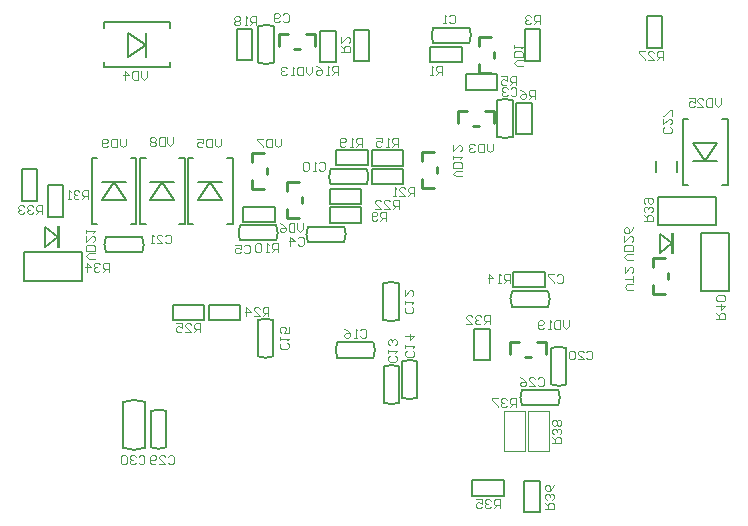
<source format=gbo>
G04 Layer_Color=32896*
%FSLAX24Y24*%
%MOIN*%
G70*
G01*
G75*
%ADD10C,0.0079*%
%ADD61C,0.0100*%
%ADD62C,0.0070*%
%ADD64C,0.0070*%
%ADD65C,0.0039*%
%ADD66C,0.0050*%
%ADD103C,0.0067*%
G36*
X42081Y38764D02*
X41971D01*
Y39484D01*
X42081D01*
Y38764D01*
D02*
G37*
G36*
X21608Y38981D02*
X21498D01*
Y39701D01*
X21608D01*
Y38981D01*
D02*
G37*
D10*
X25276Y45000D02*
Y45187D01*
Y46309D02*
Y46496D01*
X23071Y45000D02*
Y45187D01*
Y46309D02*
Y46496D01*
Y45000D02*
X25276D01*
X23071Y46496D02*
X25276D01*
X27185Y41968D02*
X27372D01*
X25876D02*
X26063D01*
X27185Y39764D02*
X27372D01*
X25876D02*
X26063D01*
X27372D02*
Y41968D01*
X25876Y39764D02*
Y41968D01*
X25591D02*
X25778D01*
X24281D02*
X24469D01*
X25591Y39764D02*
X25778D01*
X24281D02*
X24469D01*
X25778D02*
Y41968D01*
X24281Y39764D02*
Y41968D01*
X23976D02*
X24163D01*
X22667D02*
X22854D01*
X23976Y39764D02*
X24163D01*
X22667D02*
X22854D01*
X24163D02*
Y41968D01*
X22667Y39764D02*
Y41968D01*
X21128Y39011D02*
X21558Y39341D01*
X21128Y39671D02*
X21558Y39341D01*
X21128Y39011D02*
Y39671D01*
X42372Y41083D02*
X42559D01*
X43681D02*
X43868D01*
X42372Y43287D02*
X42559D01*
X43681D02*
X43868D01*
X42372Y41083D02*
Y43287D01*
X43868Y41083D02*
Y43287D01*
X41601Y38794D02*
X42031Y39124D01*
X41601Y39454D02*
X42031Y39124D01*
X41601Y38794D02*
Y39454D01*
D61*
X35594Y44817D02*
X35994D01*
X35594D02*
Y45117D01*
Y46017D02*
X35994D01*
X35594Y45717D02*
Y46017D01*
X36094Y45317D02*
Y45517D01*
X34866Y43130D02*
Y43530D01*
X35166D01*
X36066Y43130D02*
Y43530D01*
X35766D02*
X36066D01*
X35366Y43030D02*
X35566D01*
X29177Y40874D02*
Y41174D01*
Y39974D02*
X29577D01*
X29177D02*
Y40274D01*
X29677Y40474D02*
Y40674D01*
X29177Y41174D02*
X29577D01*
X28015Y41829D02*
Y42129D01*
Y40929D02*
X28415D01*
X28015D02*
Y41229D01*
X28515Y41429D02*
Y41629D01*
X28015Y42129D02*
X28415D01*
X33685Y40968D02*
X34085D01*
X33685D02*
Y41269D01*
Y42168D02*
X34085D01*
X33685Y41869D02*
Y42168D01*
X34185Y41469D02*
Y41669D01*
X28911Y45709D02*
Y46109D01*
X29211D01*
X30111Y45709D02*
Y46109D01*
X29811D02*
X30111D01*
X29411Y45609D02*
X29611D01*
X36598Y35453D02*
Y35853D01*
X36898D01*
X37798Y35453D02*
Y35853D01*
X37498D02*
X37798D01*
X37098Y35353D02*
X37298D01*
X41372Y38355D02*
Y38655D01*
Y37455D02*
X41772D01*
X41372D02*
Y37755D01*
X41872Y37955D02*
Y38155D01*
X41372Y38655D02*
X41772D01*
D62*
X35259Y45807D02*
G03*
X35259Y46318I-608J256D01*
G01*
X34052D02*
G03*
X34052Y45807I609J-255D01*
G01*
X36703Y43891D02*
G03*
X36192Y43891I-256J-608D01*
G01*
Y42684D02*
G03*
X36703Y42684I255J609D01*
G01*
X31086Y39173D02*
G03*
X31086Y39684I-608J256D01*
G01*
X29878D02*
G03*
X29879Y39173I609J-255D01*
G01*
X27615Y39734D02*
G03*
X27615Y39224I608J-256D01*
G01*
X28822D02*
G03*
X28822Y39734I-609J255D01*
G01*
X36680Y37529D02*
G03*
X36680Y37019I608J-256D01*
G01*
X37887D02*
G03*
X37887Y37529I-609J255D01*
G01*
X31844Y41093D02*
G03*
X31844Y41603I-608J256D01*
G01*
X30636D02*
G03*
X30637Y41093I609J-255D01*
G01*
X32392Y36582D02*
G03*
X32902Y36581I256J608D01*
G01*
Y37789D02*
G03*
X32392Y37788I-255J-609D01*
G01*
X32923Y35023D02*
G03*
X32413Y35023I-256J-608D01*
G01*
Y33815D02*
G03*
X32923Y33816I255J609D01*
G01*
X33523Y35190D02*
G03*
X33013Y35190I-256J-608D01*
G01*
Y33983D02*
G03*
X33523Y33983I255J609D01*
G01*
X28720Y36568D02*
G03*
X28210Y36568I-256J-608D01*
G01*
Y35361D02*
G03*
X28720Y35361I255J609D01*
G01*
X32060Y35315D02*
G03*
X32061Y35826I-608J256D01*
G01*
X30853D02*
G03*
X30853Y35315I609J-255D01*
G01*
X38494Y35633D02*
G03*
X37983Y35633I-256J-608D01*
G01*
Y34426D02*
G03*
X38494Y34426I255J609D01*
G01*
X24353Y38829D02*
G03*
X24354Y39339I-608J256D01*
G01*
X23146D02*
G03*
X23147Y38829I609J-255D01*
G01*
X37015Y34242D02*
G03*
X37014Y33732I608J-256D01*
G01*
X38222D02*
G03*
X38222Y34242I-609J255D01*
G01*
X25157Y33537D02*
G03*
X24647Y33537I-256J-608D01*
G01*
Y32329D02*
G03*
X25157Y32330I255J609D01*
G01*
X28740Y46361D02*
G03*
X28230Y46362I-256J-608D01*
G01*
Y45154D02*
G03*
X28740Y45154I255J609D01*
G01*
X34055Y45807D02*
X35256D01*
X34056Y46318D02*
X35256D01*
X36703Y42687D02*
Y43887D01*
X36192Y42687D02*
Y43887D01*
X29882Y39173D02*
X31082D01*
X29882Y39684D02*
X31082D01*
X27618Y39734D02*
X28819D01*
X27619Y39223D02*
X28819D01*
X36683Y37530D02*
X37884D01*
X36683Y37019D02*
X37883D01*
X30639Y41093D02*
X31840D01*
X30640Y41603D02*
X31840D01*
X32392Y36585D02*
Y37786D01*
X32903Y36585D02*
Y37785D01*
X32923Y33819D02*
Y35019D01*
X32412Y33819D02*
Y35019D01*
X33524Y33986D02*
Y35187D01*
X33013Y33987D02*
Y35187D01*
X28720Y35364D02*
Y36565D01*
X28210Y35365D02*
Y36565D01*
X30856Y35315D02*
X32057D01*
X30857Y35826D02*
X32057D01*
X38494Y34429D02*
Y35630D01*
X37983Y34430D02*
Y35630D01*
X23149Y38829D02*
X24350D01*
X23150Y39340D02*
X24350D01*
X37018Y34242D02*
X38219D01*
X37018Y33731D02*
X38218D01*
X25157Y32332D02*
Y33533D01*
X24647Y32333D02*
Y33533D01*
X33957Y45167D02*
Y45679D01*
X35000Y45167D02*
Y45679D01*
X33957D02*
X35000D01*
X33957Y45167D02*
X35000D01*
X37116Y46260D02*
X37628D01*
X37116Y45216D02*
X37628D01*
Y46260D01*
X37116Y45216D02*
Y46260D01*
X35148Y44252D02*
Y44764D01*
X36191Y44252D02*
Y44764D01*
X35148D02*
X36191D01*
X35148Y44252D02*
X36191D01*
X36831Y42766D02*
X37343D01*
X36831Y43809D02*
X37343D01*
X36831Y42766D02*
Y43809D01*
X37343Y42766D02*
Y43809D01*
X30601Y39813D02*
Y40325D01*
X31644Y39813D02*
Y40325D01*
X30601D02*
X31644D01*
X30601Y39813D02*
X31644D01*
X27727Y39833D02*
Y40344D01*
X28770Y39833D02*
Y40344D01*
X27727D02*
X28770D01*
X27727Y39833D02*
X28770D01*
X36723Y37657D02*
Y38169D01*
X37766Y37657D02*
Y38169D01*
X36723D02*
X37766D01*
X36723Y37657D02*
X37766D01*
X33041Y41713D02*
Y42224D01*
X31998Y41713D02*
Y42224D01*
Y41713D02*
X33041D01*
X31998Y42224D02*
X33041D01*
X30295Y46201D02*
X30807D01*
X30295Y45157D02*
X30807D01*
Y46201D01*
X30295Y45157D02*
Y46201D01*
X27520Y46279D02*
X28031D01*
X27520Y45236D02*
X28031D01*
Y46279D01*
X27520Y45236D02*
Y46279D01*
X31870Y41722D02*
Y42234D01*
X30827Y41722D02*
Y42234D01*
Y41722D02*
X31870D01*
X30827Y42234D02*
X31870D01*
X32008Y41093D02*
Y41604D01*
X33051Y41093D02*
Y41604D01*
X32008D02*
X33051D01*
X32008Y41093D02*
X33051D01*
X31653Y40423D02*
Y40935D01*
X30610Y40423D02*
Y40935D01*
Y40423D02*
X31653D01*
X30610Y40935D02*
X31653D01*
X26585Y36575D02*
Y37087D01*
X27628Y36575D02*
Y37087D01*
X26585D02*
X27628D01*
X26585Y36575D02*
X27628D01*
X41181Y45650D02*
X41693D01*
X41181Y46693D02*
X41693D01*
X41181Y45650D02*
Y46693D01*
X41693Y45650D02*
Y46693D01*
X21201Y41063D02*
X21713D01*
X21201Y40020D02*
X21713D01*
Y41063D01*
X21201Y40020D02*
Y41063D01*
X35423Y36270D02*
X35935D01*
X35423Y35226D02*
X35935D01*
Y36270D01*
X35423Y35226D02*
Y36270D01*
X20344Y41594D02*
X20856D01*
X20344Y40551D02*
X20856D01*
Y41594D01*
X20344Y40551D02*
Y41594D01*
X36398Y30719D02*
Y31230D01*
X35354Y30719D02*
Y31230D01*
Y30719D02*
X36398D01*
X35354Y31230D02*
X36398D01*
X37096Y30158D02*
X37608D01*
X37096Y31201D02*
X37608D01*
X37096Y30158D02*
Y31201D01*
X37608Y30158D02*
Y31201D01*
X26417Y36575D02*
Y37087D01*
X25374Y36575D02*
Y37087D01*
Y36575D02*
X26417D01*
X25374Y37087D02*
X26417D01*
X28740Y45157D02*
Y46358D01*
X28229Y45158D02*
Y46358D01*
X31398Y45207D02*
X31909D01*
X31398Y46250D02*
X31909D01*
X31398Y45207D02*
Y46250D01*
X31909Y45207D02*
Y46250D01*
D64*
X23713Y32311D02*
G03*
X24456Y32311I371J1004D01*
G01*
X24454Y33840D02*
G03*
X23713Y33839I-369J-1026D01*
G01*
X23715Y32314D02*
Y33834D01*
X24455Y32314D02*
Y33834D01*
X20408Y38826D02*
X22338D01*
X20408Y37866D02*
X22338D01*
X20408D02*
Y38826D01*
X22338Y37866D02*
Y38826D01*
X41559Y40687D02*
X43489D01*
X41559Y39727D02*
X43489D01*
X41559D02*
Y40687D01*
X43489Y39727D02*
Y40687D01*
X43925Y37554D02*
Y39484D01*
X42965Y37554D02*
Y39484D01*
X43925D01*
X42965Y37554D02*
X43925D01*
D65*
X36411Y32217D02*
X37112D01*
X36411Y33531D02*
X37112D01*
X36411Y32217D02*
Y33531D01*
X37112Y32217D02*
Y33531D01*
X37199Y32217D02*
X37900D01*
X37199Y33531D02*
X37900D01*
X37199Y32217D02*
Y33531D01*
X37900Y32217D02*
Y33531D01*
X34587Y46703D02*
X34636Y46752D01*
X34734D01*
X34783Y46703D01*
Y46506D01*
X34734Y46457D01*
X34636D01*
X34587Y46506D01*
X34488Y46457D02*
X34390D01*
X34439D01*
Y46752D01*
X34488Y46703D01*
X36634Y44281D02*
X36683Y44331D01*
X36782D01*
X36831Y44281D01*
Y44085D01*
X36782Y44035D01*
X36683D01*
X36634Y44085D01*
X36536Y44281D02*
X36486Y44331D01*
X36388D01*
X36339Y44281D01*
Y44232D01*
X36388Y44183D01*
X36437D01*
X36388D01*
X36339Y44134D01*
Y44085D01*
X36388Y44035D01*
X36486D01*
X36536Y44085D01*
X29537Y39291D02*
X29587Y39340D01*
X29685D01*
X29734Y39291D01*
Y39094D01*
X29685Y39045D01*
X29587D01*
X29537Y39094D01*
X29291Y39045D02*
Y39340D01*
X29439Y39193D01*
X29242D01*
X27736Y39035D02*
X27785Y39085D01*
X27884D01*
X27933Y39035D01*
Y38839D01*
X27884Y38789D01*
X27785D01*
X27736Y38839D01*
X27441Y39085D02*
X27638D01*
Y38937D01*
X27540Y38986D01*
X27490D01*
X27441Y38937D01*
Y38839D01*
X27490Y38789D01*
X27589D01*
X27638Y38839D01*
X38179Y38041D02*
X38228Y38090D01*
X38327D01*
X38376Y38041D01*
Y37844D01*
X38327Y37795D01*
X38228D01*
X38179Y37844D01*
X38081Y38090D02*
X37884D01*
Y38041D01*
X38081Y37844D01*
Y37795D01*
X30246Y41801D02*
X30295Y41850D01*
X30394D01*
X30443Y41801D01*
Y41604D01*
X30394Y41555D01*
X30295D01*
X30246Y41604D01*
X30148Y41555D02*
X30049D01*
X30099D01*
Y41850D01*
X30148Y41801D01*
X29902D02*
X29853Y41850D01*
X29754D01*
X29705Y41801D01*
Y41604D01*
X29754Y41555D01*
X29853D01*
X29902Y41604D01*
Y41801D01*
X33346Y37018D02*
X33396Y36968D01*
Y36870D01*
X33346Y36821D01*
X33150D01*
X33100Y36870D01*
Y36968D01*
X33150Y37018D01*
X33100Y37116D02*
Y37214D01*
Y37165D01*
X33396D01*
X33346Y37116D01*
X33100Y37559D02*
Y37362D01*
X33297Y37559D01*
X33346D01*
X33396Y37510D01*
Y37411D01*
X33346Y37362D01*
X32795Y35384D02*
X32844Y35335D01*
Y35236D01*
X32795Y35187D01*
X32598D01*
X32549Y35236D01*
Y35335D01*
X32598Y35384D01*
X32549Y35482D02*
Y35581D01*
Y35531D01*
X32844D01*
X32795Y35482D01*
Y35728D02*
X32844Y35777D01*
Y35876D01*
X32795Y35925D01*
X32746D01*
X32697Y35876D01*
Y35827D01*
Y35876D01*
X32648Y35925D01*
X32598D01*
X32549Y35876D01*
Y35777D01*
X32598Y35728D01*
X33376Y35551D02*
X33425Y35502D01*
Y35404D01*
X33376Y35354D01*
X33179D01*
X33130Y35404D01*
Y35502D01*
X33179Y35551D01*
X33130Y35650D02*
Y35748D01*
Y35699D01*
X33425D01*
X33376Y35650D01*
X33130Y36043D02*
X33425D01*
X33278Y35896D01*
Y36092D01*
X29183Y35807D02*
X29232Y35758D01*
Y35659D01*
X29183Y35610D01*
X28986D01*
X28937Y35659D01*
Y35758D01*
X28986Y35807D01*
X28937Y35905D02*
Y36004D01*
Y35955D01*
X29232D01*
X29183Y35905D01*
X29232Y36348D02*
Y36151D01*
X29085D01*
X29134Y36250D01*
Y36299D01*
X29085Y36348D01*
X28986D01*
X28937Y36299D01*
Y36201D01*
X28986Y36151D01*
X31624Y36230D02*
X31673Y36279D01*
X31772D01*
X31821Y36230D01*
Y36033D01*
X31772Y35984D01*
X31673D01*
X31624Y36033D01*
X31526Y35984D02*
X31427D01*
X31476D01*
Y36279D01*
X31526Y36230D01*
X31083Y36279D02*
X31181Y36230D01*
X31280Y36132D01*
Y36033D01*
X31230Y35984D01*
X31132D01*
X31083Y36033D01*
Y36083D01*
X31132Y36132D01*
X31280D01*
X39163Y35502D02*
X39213Y35551D01*
X39311D01*
X39360Y35502D01*
Y35305D01*
X39311Y35256D01*
X39213D01*
X39163Y35305D01*
X38868Y35256D02*
X39065D01*
X38868Y35453D01*
Y35502D01*
X38917Y35551D01*
X39016D01*
X39065Y35502D01*
X38770D02*
X38721Y35551D01*
X38622D01*
X38573Y35502D01*
Y35305D01*
X38622Y35256D01*
X38721D01*
X38770Y35305D01*
Y35502D01*
X25128Y39370D02*
X25177Y39419D01*
X25276D01*
X25325Y39370D01*
Y39173D01*
X25276Y39124D01*
X25177D01*
X25128Y39173D01*
X24833Y39124D02*
X25030D01*
X24833Y39321D01*
Y39370D01*
X24882Y39419D01*
X24980D01*
X25030Y39370D01*
X24734Y39124D02*
X24636D01*
X24685D01*
Y39419D01*
X24734Y39370D01*
X37539Y34616D02*
X37589Y34665D01*
X37687D01*
X37736Y34616D01*
Y34419D01*
X37687Y34370D01*
X37589D01*
X37539Y34419D01*
X37244Y34370D02*
X37441D01*
X37244Y34567D01*
Y34616D01*
X37293Y34665D01*
X37392D01*
X37441Y34616D01*
X36949Y34665D02*
X37047Y34616D01*
X37146Y34518D01*
Y34419D01*
X37097Y34370D01*
X36998D01*
X36949Y34419D01*
Y34468D01*
X36998Y34518D01*
X37146D01*
X41959Y42992D02*
X42008Y42943D01*
Y42844D01*
X41959Y42795D01*
X41762D01*
X41713Y42844D01*
Y42943D01*
X41762Y42992D01*
X41713Y43287D02*
Y43090D01*
X41909Y43287D01*
X41959D01*
X42008Y43238D01*
Y43140D01*
X41959Y43090D01*
X42008Y43386D02*
Y43582D01*
X41959D01*
X41762Y43386D01*
X41713D01*
X25217Y32018D02*
X25266Y32067D01*
X25364D01*
X25413Y32018D01*
Y31821D01*
X25364Y31772D01*
X25266D01*
X25217Y31821D01*
X24921Y31772D02*
X25118D01*
X24921Y31968D01*
Y32018D01*
X24971Y32067D01*
X25069D01*
X25118Y32018D01*
X24823Y31821D02*
X24774Y31772D01*
X24675D01*
X24626Y31821D01*
Y32018D01*
X24675Y32067D01*
X24774D01*
X24823Y32018D01*
Y31968D01*
X24774Y31919D01*
X24626D01*
X24232Y32018D02*
X24282Y32067D01*
X24380D01*
X24429Y32018D01*
Y31821D01*
X24380Y31772D01*
X24282D01*
X24232Y31821D01*
X24134Y32018D02*
X24085Y32067D01*
X23986D01*
X23937Y32018D01*
Y31968D01*
X23986Y31919D01*
X24036D01*
X23986D01*
X23937Y31870D01*
Y31821D01*
X23986Y31772D01*
X24085D01*
X24134Y31821D01*
X23839Y32018D02*
X23790Y32067D01*
X23691D01*
X23642Y32018D01*
Y31821D01*
X23691Y31772D01*
X23790D01*
X23839Y31821D01*
Y32018D01*
X34350Y44744D02*
Y45039D01*
X34203D01*
X34154Y44990D01*
Y44892D01*
X34203Y44842D01*
X34350D01*
X34252D02*
X34154Y44744D01*
X34055D02*
X33957D01*
X34006D01*
Y45039D01*
X34055Y44990D01*
X30994Y45512D02*
X31289D01*
Y45659D01*
X31240Y45709D01*
X31142D01*
X31092Y45659D01*
Y45512D01*
Y45610D02*
X30994Y45709D01*
Y46004D02*
Y45807D01*
X31191Y46004D01*
X31240D01*
X31289Y45955D01*
Y45856D01*
X31240Y45807D01*
X37608Y46427D02*
Y46722D01*
X37461D01*
X37411Y46673D01*
Y46575D01*
X37461Y46526D01*
X37608D01*
X37510D02*
X37411Y46427D01*
X37313Y46673D02*
X37264Y46722D01*
X37166D01*
X37116Y46673D01*
Y46624D01*
X37166Y46575D01*
X37215D01*
X37166D01*
X37116Y46526D01*
Y46476D01*
X37166Y46427D01*
X37264D01*
X37313Y46476D01*
X36821Y44400D02*
Y44695D01*
X36673D01*
X36624Y44646D01*
Y44547D01*
X36673Y44498D01*
X36821D01*
X36722D02*
X36624Y44400D01*
X36329Y44695D02*
X36526D01*
Y44547D01*
X36427Y44596D01*
X36378D01*
X36329Y44547D01*
Y44449D01*
X36378Y44400D01*
X36476D01*
X36526Y44449D01*
X37441Y43947D02*
Y44242D01*
X37293D01*
X37244Y44193D01*
Y44094D01*
X37293Y44045D01*
X37441D01*
X37343D02*
X37244Y43947D01*
X36949Y44242D02*
X37047Y44193D01*
X37146Y44094D01*
Y43996D01*
X37097Y43947D01*
X36998D01*
X36949Y43996D01*
Y44045D01*
X36998Y44094D01*
X37146D01*
X32490Y39882D02*
Y40177D01*
X32343D01*
X32293Y40128D01*
Y40029D01*
X32343Y39980D01*
X32490D01*
X32392D02*
X32293Y39882D01*
X32195Y39931D02*
X32146Y39882D01*
X32047D01*
X31998Y39931D01*
Y40128D01*
X32047Y40177D01*
X32146D01*
X32195Y40128D01*
Y40079D01*
X32146Y40029D01*
X31998D01*
X28868Y38829D02*
Y39124D01*
X28721D01*
X28671Y39075D01*
Y38976D01*
X28721Y38927D01*
X28868D01*
X28770D02*
X28671Y38829D01*
X28573D02*
X28475D01*
X28524D01*
Y39124D01*
X28573Y39075D01*
X28327D02*
X28278Y39124D01*
X28179D01*
X28130Y39075D01*
Y38878D01*
X28179Y38829D01*
X28278D01*
X28327Y38878D01*
Y39075D01*
X36604Y37815D02*
Y38110D01*
X36457D01*
X36408Y38061D01*
Y37963D01*
X36457Y37913D01*
X36604D01*
X36506D02*
X36408Y37815D01*
X36309D02*
X36211D01*
X36260D01*
Y38110D01*
X36309Y38061D01*
X35916Y37815D02*
Y38110D01*
X36063Y37963D01*
X35866D01*
X32884Y42352D02*
Y42648D01*
X32736D01*
X32687Y42598D01*
Y42500D01*
X32736Y42451D01*
X32884D01*
X32785D02*
X32687Y42352D01*
X32589D02*
X32490D01*
X32539D01*
Y42648D01*
X32589Y42598D01*
X32146Y42648D02*
X32343D01*
Y42500D01*
X32244Y42549D01*
X32195D01*
X32146Y42500D01*
Y42402D01*
X32195Y42352D01*
X32294D01*
X32343Y42402D01*
X30886Y44744D02*
Y45039D01*
X30738D01*
X30689Y44990D01*
Y44892D01*
X30738Y44842D01*
X30886D01*
X30787D02*
X30689Y44744D01*
X30591D02*
X30492D01*
X30541D01*
Y45039D01*
X30591Y44990D01*
X30148Y45039D02*
X30246Y44990D01*
X30345Y44892D01*
Y44793D01*
X30295Y44744D01*
X30197D01*
X30148Y44793D01*
Y44842D01*
X30197Y44892D01*
X30345D01*
X28159Y46398D02*
Y46693D01*
X28012D01*
X27963Y46644D01*
Y46545D01*
X28012Y46496D01*
X28159D01*
X28061D02*
X27963Y46398D01*
X27864D02*
X27766D01*
X27815D01*
Y46693D01*
X27864Y46644D01*
X27618D02*
X27569Y46693D01*
X27471D01*
X27422Y46644D01*
Y46594D01*
X27471Y46545D01*
X27422Y46496D01*
Y46447D01*
X27471Y46398D01*
X27569D01*
X27618Y46447D01*
Y46496D01*
X27569Y46545D01*
X27618Y46594D01*
Y46644D01*
X27569Y46545D02*
X27471D01*
X31683Y42352D02*
Y42648D01*
X31536D01*
X31487Y42598D01*
Y42500D01*
X31536Y42451D01*
X31683D01*
X31585D02*
X31487Y42352D01*
X31388D02*
X31290D01*
X31339D01*
Y42648D01*
X31388Y42598D01*
X31142Y42402D02*
X31093Y42352D01*
X30995D01*
X30945Y42402D01*
Y42598D01*
X30995Y42648D01*
X31093D01*
X31142Y42598D01*
Y42549D01*
X31093Y42500D01*
X30945D01*
X33415Y40709D02*
Y41004D01*
X33268D01*
X33219Y40955D01*
Y40856D01*
X33268Y40807D01*
X33415D01*
X33317D02*
X33219Y40709D01*
X32923D02*
X33120D01*
X32923Y40905D01*
Y40955D01*
X32973Y41004D01*
X33071D01*
X33120Y40955D01*
X32825Y40709D02*
X32727D01*
X32776D01*
Y41004D01*
X32825Y40955D01*
X32904Y40285D02*
Y40581D01*
X32756D01*
X32707Y40531D01*
Y40433D01*
X32756Y40384D01*
X32904D01*
X32805D02*
X32707Y40285D01*
X32412D02*
X32608D01*
X32412Y40482D01*
Y40531D01*
X32461Y40581D01*
X32559D01*
X32608Y40531D01*
X32116Y40285D02*
X32313D01*
X32116Y40482D01*
Y40531D01*
X32166Y40581D01*
X32264D01*
X32313Y40531D01*
X28563Y36703D02*
Y36998D01*
X28415D01*
X28366Y36949D01*
Y36850D01*
X28415Y36801D01*
X28563D01*
X28465D02*
X28366Y36703D01*
X28071D02*
X28268D01*
X28071Y36900D01*
Y36949D01*
X28120Y36998D01*
X28219D01*
X28268Y36949D01*
X27825Y36703D02*
Y36998D01*
X27973Y36850D01*
X27776D01*
X41703Y45226D02*
Y45522D01*
X41555D01*
X41506Y45472D01*
Y45374D01*
X41555Y45325D01*
X41703D01*
X41604D02*
X41506Y45226D01*
X41211D02*
X41408D01*
X41211Y45423D01*
Y45472D01*
X41260Y45522D01*
X41358D01*
X41408Y45472D01*
X41112Y45522D02*
X40916D01*
Y45472D01*
X41112Y45276D01*
Y45226D01*
X22559Y40600D02*
Y40896D01*
X22411D01*
X22362Y40846D01*
Y40748D01*
X22411Y40699D01*
X22559D01*
X22461D02*
X22362Y40600D01*
X22264Y40846D02*
X22215Y40896D01*
X22116D01*
X22067Y40846D01*
Y40797D01*
X22116Y40748D01*
X22165D01*
X22116D01*
X22067Y40699D01*
Y40650D01*
X22116Y40600D01*
X22215D01*
X22264Y40650D01*
X21969Y40600D02*
X21870D01*
X21920D01*
Y40896D01*
X21969Y40846D01*
X35945Y36437D02*
Y36732D01*
X35797D01*
X35748Y36683D01*
Y36585D01*
X35797Y36535D01*
X35945D01*
X35846D02*
X35748Y36437D01*
X35650Y36683D02*
X35601Y36732D01*
X35502D01*
X35453Y36683D01*
Y36634D01*
X35502Y36585D01*
X35551D01*
X35502D01*
X35453Y36535D01*
Y36486D01*
X35502Y36437D01*
X35601D01*
X35650Y36486D01*
X35158Y36437D02*
X35355D01*
X35158Y36634D01*
Y36683D01*
X35207Y36732D01*
X35305D01*
X35355Y36683D01*
X21015Y40107D02*
Y40402D01*
X20868D01*
X20819Y40353D01*
Y40254D01*
X20868Y40205D01*
X21015D01*
X20917D02*
X20819Y40107D01*
X20720Y40353D02*
X20671Y40402D01*
X20573D01*
X20523Y40353D01*
Y40303D01*
X20573Y40254D01*
X20622D01*
X20573D01*
X20523Y40205D01*
Y40156D01*
X20573Y40107D01*
X20671D01*
X20720Y40156D01*
X20425Y40353D02*
X20376Y40402D01*
X20277D01*
X20228Y40353D01*
Y40303D01*
X20277Y40254D01*
X20327D01*
X20277D01*
X20228Y40205D01*
Y40156D01*
X20277Y40107D01*
X20376D01*
X20425Y40156D01*
X23238Y38179D02*
Y38474D01*
X23091D01*
X23041Y38425D01*
Y38327D01*
X23091Y38278D01*
X23238D01*
X23140D02*
X23041Y38179D01*
X22943Y38425D02*
X22894Y38474D01*
X22795D01*
X22746Y38425D01*
Y38376D01*
X22795Y38327D01*
X22845D01*
X22795D01*
X22746Y38278D01*
Y38228D01*
X22795Y38179D01*
X22894D01*
X22943Y38228D01*
X22500Y38179D02*
Y38474D01*
X22648Y38327D01*
X22451D01*
X36270Y30305D02*
Y30600D01*
X36122D01*
X36073Y30551D01*
Y30453D01*
X36122Y30404D01*
X36270D01*
X36171D02*
X36073Y30305D01*
X35975Y30551D02*
X35925Y30600D01*
X35827D01*
X35778Y30551D01*
Y30502D01*
X35827Y30453D01*
X35876D01*
X35827D01*
X35778Y30404D01*
Y30354D01*
X35827Y30305D01*
X35925D01*
X35975Y30354D01*
X35483Y30600D02*
X35679D01*
Y30453D01*
X35581Y30502D01*
X35532D01*
X35483Y30453D01*
Y30354D01*
X35532Y30305D01*
X35630D01*
X35679Y30354D01*
X37785Y30285D02*
X38081D01*
Y30433D01*
X38031Y30482D01*
X37933D01*
X37884Y30433D01*
Y30285D01*
Y30384D02*
X37785Y30482D01*
X38031Y30581D02*
X38081Y30630D01*
Y30728D01*
X38031Y30777D01*
X37982D01*
X37933Y30728D01*
Y30679D01*
Y30728D01*
X37884Y30777D01*
X37835D01*
X37785Y30728D01*
Y30630D01*
X37835Y30581D01*
X38081Y31073D02*
X38031Y30974D01*
X37933Y30876D01*
X37835D01*
X37785Y30925D01*
Y31023D01*
X37835Y31073D01*
X37884D01*
X37933Y31023D01*
Y30876D01*
X36801Y33671D02*
Y33966D01*
X36654D01*
X36604Y33917D01*
Y33819D01*
X36654Y33770D01*
X36801D01*
X36703D02*
X36604Y33671D01*
X36506Y33917D02*
X36457Y33966D01*
X36358D01*
X36309Y33917D01*
Y33868D01*
X36358Y33819D01*
X36408D01*
X36358D01*
X36309Y33770D01*
Y33720D01*
X36358Y33671D01*
X36457D01*
X36506Y33720D01*
X36211Y33966D02*
X36014D01*
Y33917D01*
X36211Y33720D01*
Y33671D01*
X38022Y32461D02*
X38317D01*
Y32608D01*
X38268Y32657D01*
X38169D01*
X38120Y32608D01*
Y32461D01*
Y32559D02*
X38022Y32657D01*
X38268Y32756D02*
X38317Y32805D01*
Y32903D01*
X38268Y32953D01*
X38218D01*
X38169Y32903D01*
Y32854D01*
Y32903D01*
X38120Y32953D01*
X38071D01*
X38022Y32903D01*
Y32805D01*
X38071Y32756D01*
X38268Y33051D02*
X38317Y33100D01*
Y33199D01*
X38268Y33248D01*
X38218D01*
X38169Y33199D01*
X38120Y33248D01*
X38071D01*
X38022Y33199D01*
Y33100D01*
X38071Y33051D01*
X38120D01*
X38169Y33100D01*
X38218Y33051D01*
X38268D01*
X38169Y33100D02*
Y33199D01*
X41072Y39862D02*
X41367D01*
Y40010D01*
X41318Y40059D01*
X41219D01*
X41170Y40010D01*
Y39862D01*
Y39961D02*
X41072Y40059D01*
X41318Y40157D02*
X41367Y40206D01*
Y40305D01*
X41318Y40354D01*
X41268D01*
X41219Y40305D01*
Y40256D01*
Y40305D01*
X41170Y40354D01*
X41121D01*
X41072Y40305D01*
Y40206D01*
X41121Y40157D01*
Y40452D02*
X41072Y40502D01*
Y40600D01*
X41121Y40649D01*
X41318D01*
X41367Y40600D01*
Y40502D01*
X41318Y40452D01*
X41268D01*
X41219Y40502D01*
Y40649D01*
X43494Y36604D02*
X43789D01*
Y36752D01*
X43740Y36801D01*
X43642D01*
X43592Y36752D01*
Y36604D01*
Y36703D02*
X43494Y36801D01*
Y37047D02*
X43789D01*
X43642Y36900D01*
Y37096D01*
X43740Y37195D02*
X43789Y37244D01*
Y37342D01*
X43740Y37391D01*
X43543D01*
X43494Y37342D01*
Y37244D01*
X43543Y37195D01*
X43740D01*
X37037Y45039D02*
X36841D01*
X36742Y45138D01*
X36841Y45236D01*
X37037D01*
Y45335D02*
X36742D01*
Y45482D01*
X36791Y45531D01*
X36988D01*
X37037Y45482D01*
Y45335D01*
X36742Y45630D02*
Y45728D01*
Y45679D01*
X37037D01*
X36988Y45630D01*
X36033Y42451D02*
Y42254D01*
X35935Y42156D01*
X35837Y42254D01*
Y42451D01*
X35738D02*
Y42156D01*
X35591D01*
X35542Y42205D01*
Y42401D01*
X35591Y42451D01*
X35738D01*
X35443Y42401D02*
X35394Y42451D01*
X35296D01*
X35246Y42401D01*
Y42352D01*
X35296Y42303D01*
X35345D01*
X35296D01*
X35246Y42254D01*
Y42205D01*
X35296Y42156D01*
X35394D01*
X35443Y42205D01*
X24508Y44882D02*
Y44685D01*
X24409Y44587D01*
X24311Y44685D01*
Y44882D01*
X24213D02*
Y44587D01*
X24065D01*
X24016Y44636D01*
Y44833D01*
X24065Y44882D01*
X24213D01*
X23770Y44587D02*
Y44882D01*
X23918Y44734D01*
X23721D01*
X26978Y42618D02*
Y42421D01*
X26880Y42323D01*
X26782Y42421D01*
Y42618D01*
X26683D02*
Y42323D01*
X26536D01*
X26486Y42372D01*
Y42569D01*
X26536Y42618D01*
X26683D01*
X26191D02*
X26388D01*
Y42470D01*
X26290Y42520D01*
X26240D01*
X26191Y42470D01*
Y42372D01*
X26240Y42323D01*
X26339D01*
X26388Y42372D01*
X29724Y39803D02*
Y39606D01*
X29626Y39508D01*
X29528Y39606D01*
Y39803D01*
X29429D02*
Y39508D01*
X29282D01*
X29232Y39557D01*
Y39754D01*
X29282Y39803D01*
X29429D01*
X28937D02*
X29036Y39754D01*
X29134Y39655D01*
Y39557D01*
X29085Y39508D01*
X28986D01*
X28937Y39557D01*
Y39606D01*
X28986Y39655D01*
X29134D01*
X28976Y42618D02*
Y42421D01*
X28878Y42323D01*
X28780Y42421D01*
Y42618D01*
X28681D02*
Y42323D01*
X28534D01*
X28484Y42372D01*
Y42569D01*
X28534Y42618D01*
X28681D01*
X28386D02*
X28189D01*
Y42569D01*
X28386Y42372D01*
Y42323D01*
X25394Y42657D02*
Y42461D01*
X25295Y42362D01*
X25197Y42461D01*
Y42657D01*
X25099D02*
Y42362D01*
X24951D01*
X24902Y42411D01*
Y42608D01*
X24951Y42657D01*
X25099D01*
X24803Y42608D02*
X24754Y42657D01*
X24656D01*
X24607Y42608D01*
Y42559D01*
X24656Y42510D01*
X24607Y42461D01*
Y42411D01*
X24656Y42362D01*
X24754D01*
X24803Y42411D01*
Y42461D01*
X24754Y42510D01*
X24803Y42559D01*
Y42608D01*
X24754Y42510D02*
X24656D01*
X23799Y42618D02*
Y42421D01*
X23701Y42323D01*
X23602Y42421D01*
Y42618D01*
X23504D02*
Y42323D01*
X23356D01*
X23307Y42372D01*
Y42569D01*
X23356Y42618D01*
X23504D01*
X23209Y42372D02*
X23160Y42323D01*
X23061D01*
X23012Y42372D01*
Y42569D01*
X23061Y42618D01*
X23160D01*
X23209Y42569D01*
Y42520D01*
X23160Y42470D01*
X23012D01*
X35013Y41356D02*
X34817D01*
X34718Y41454D01*
X34817Y41552D01*
X35013D01*
Y41651D02*
X34718D01*
Y41798D01*
X34767Y41847D01*
X34964D01*
X35013Y41798D01*
Y41651D01*
X34718Y41946D02*
Y42044D01*
Y41995D01*
X35013D01*
X34964Y41946D01*
X34718Y42389D02*
Y42192D01*
X34915Y42389D01*
X34964D01*
X35013Y42339D01*
Y42241D01*
X34964Y42192D01*
X30010Y45020D02*
Y44823D01*
X29911Y44724D01*
X29813Y44823D01*
Y45020D01*
X29715D02*
Y44724D01*
X29567D01*
X29518Y44774D01*
Y44970D01*
X29567Y45020D01*
X29715D01*
X29419Y44724D02*
X29321D01*
X29370D01*
Y45020D01*
X29419Y44970D01*
X29174D02*
X29124Y45020D01*
X29026D01*
X28977Y44970D01*
Y44921D01*
X29026Y44872D01*
X29075D01*
X29026D01*
X28977Y44823D01*
Y44774D01*
X29026Y44724D01*
X29124D01*
X29174Y44774D01*
X38583Y36565D02*
Y36368D01*
X38484Y36270D01*
X38386Y36368D01*
Y36565D01*
X38287D02*
Y36270D01*
X38140D01*
X38091Y36319D01*
Y36516D01*
X38140Y36565D01*
X38287D01*
X37992Y36270D02*
X37894D01*
X37943D01*
Y36565D01*
X37992Y36516D01*
X37746Y36319D02*
X37697Y36270D01*
X37599D01*
X37550Y36319D01*
Y36516D01*
X37599Y36565D01*
X37697D01*
X37746Y36516D01*
Y36466D01*
X37697Y36417D01*
X37550D01*
X22766Y38593D02*
X22569D01*
X22470Y38691D01*
X22569Y38789D01*
X22766D01*
Y38888D02*
X22470D01*
Y39035D01*
X22520Y39084D01*
X22716D01*
X22766Y39035D01*
Y38888D01*
X22470Y39380D02*
Y39183D01*
X22667Y39380D01*
X22716D01*
X22766Y39330D01*
Y39232D01*
X22716Y39183D01*
X22470Y39478D02*
Y39576D01*
Y39527D01*
X22766D01*
X22716Y39478D01*
X43652Y43966D02*
Y43770D01*
X43553Y43671D01*
X43455Y43770D01*
Y43966D01*
X43356D02*
Y43671D01*
X43209D01*
X43160Y43720D01*
Y43917D01*
X43209Y43966D01*
X43356D01*
X42864Y43671D02*
X43061D01*
X42864Y43868D01*
Y43917D01*
X42914Y43966D01*
X43012D01*
X43061Y43917D01*
X42569Y43966D02*
X42766D01*
Y43819D01*
X42668Y43868D01*
X42618D01*
X42569Y43819D01*
Y43720D01*
X42618Y43671D01*
X42717D01*
X42766Y43720D01*
X40718Y38583D02*
X40522D01*
X40423Y38681D01*
X40522Y38779D01*
X40718D01*
Y38878D02*
X40423D01*
Y39025D01*
X40472Y39075D01*
X40669D01*
X40718Y39025D01*
Y38878D01*
X40423Y39370D02*
Y39173D01*
X40620Y39370D01*
X40669D01*
X40718Y39321D01*
Y39222D01*
X40669Y39173D01*
X40718Y39665D02*
X40669Y39567D01*
X40571Y39468D01*
X40472D01*
X40423Y39517D01*
Y39616D01*
X40472Y39665D01*
X40522D01*
X40571Y39616D01*
Y39468D01*
X40728Y37559D02*
X40531D01*
X40433Y37657D01*
X40531Y37756D01*
X40728D01*
Y37854D02*
Y38051D01*
Y37953D01*
X40433D01*
Y38346D02*
Y38149D01*
X40630Y38346D01*
X40679D01*
X40728Y38297D01*
Y38199D01*
X40679Y38149D01*
X26280Y36161D02*
Y36457D01*
X26132D01*
X26083Y36407D01*
Y36309D01*
X26132Y36260D01*
X26280D01*
X26181D02*
X26083Y36161D01*
X25788D02*
X25984D01*
X25788Y36358D01*
Y36407D01*
X25837Y36457D01*
X25935D01*
X25984Y36407D01*
X25492Y36457D02*
X25689D01*
Y36309D01*
X25591Y36358D01*
X25542D01*
X25492Y36309D01*
Y36211D01*
X25542Y36161D01*
X25640D01*
X25689Y36211D01*
X29035Y46752D02*
X29085Y46801D01*
X29183D01*
X29232Y46752D01*
Y46555D01*
X29183Y46506D01*
X29085D01*
X29035Y46555D01*
X28937D02*
X28888Y46506D01*
X28789D01*
X28740Y46555D01*
Y46752D01*
X28789Y46801D01*
X28888D01*
X28937Y46752D01*
Y46702D01*
X28888Y46653D01*
X28740D01*
D66*
X24473Y45348D02*
Y46148D01*
X23873Y45348D02*
Y46148D01*
X24473Y45748D01*
X23873Y45348D02*
X24473Y45748D01*
X26224Y41166D02*
X27024D01*
X26224Y40566D02*
X27024D01*
X26224D02*
X26624Y41166D01*
X27024Y40566D01*
X24630Y41166D02*
X25430D01*
X24630Y40566D02*
X25430D01*
X24630D02*
X25030Y41166D01*
X25430Y40566D01*
X23015Y41166D02*
X23815D01*
X23015Y40566D02*
X23815D01*
X23015D02*
X23415Y41166D01*
X23815Y40566D01*
X42720Y41885D02*
X43520D01*
X42720Y42485D02*
X43520D01*
X43120Y41885D02*
X43520Y42485D01*
X42720D02*
X43120Y41885D01*
D103*
X41486Y41506D02*
Y41860D01*
X42195Y41506D02*
Y41860D01*
M02*

</source>
